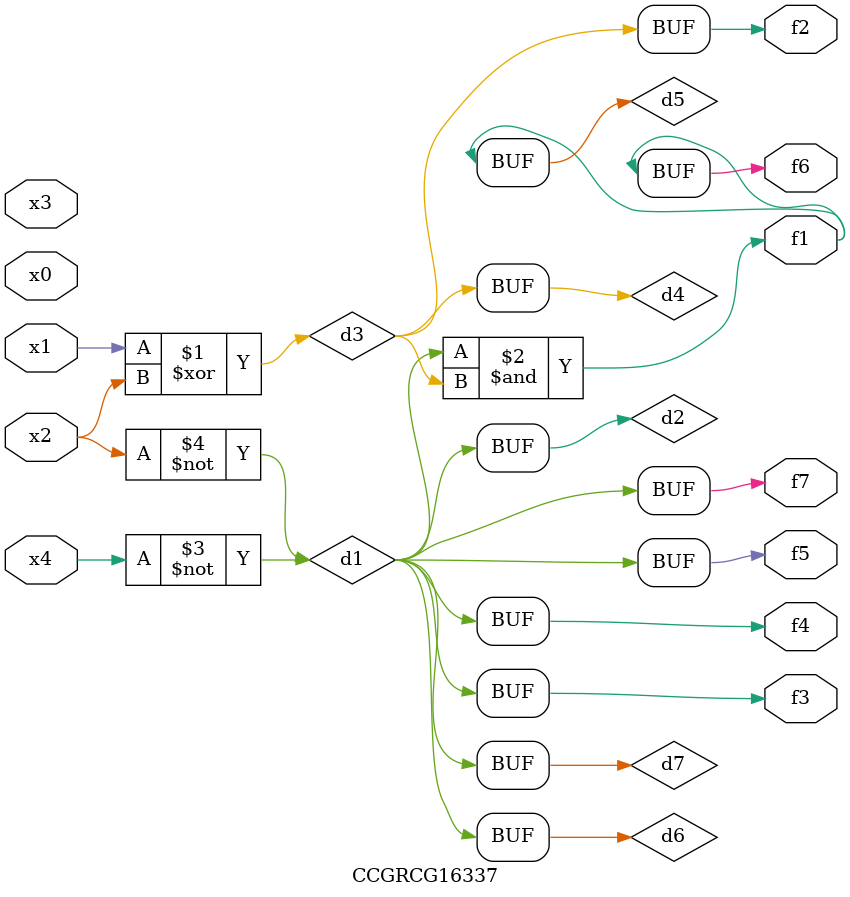
<source format=v>
module CCGRCG16337(
	input x0, x1, x2, x3, x4,
	output f1, f2, f3, f4, f5, f6, f7
);

	wire d1, d2, d3, d4, d5, d6, d7;

	not (d1, x4);
	not (d2, x2);
	xor (d3, x1, x2);
	buf (d4, d3);
	and (d5, d1, d3);
	buf (d6, d1, d2);
	buf (d7, d2);
	assign f1 = d5;
	assign f2 = d4;
	assign f3 = d7;
	assign f4 = d7;
	assign f5 = d7;
	assign f6 = d5;
	assign f7 = d7;
endmodule

</source>
